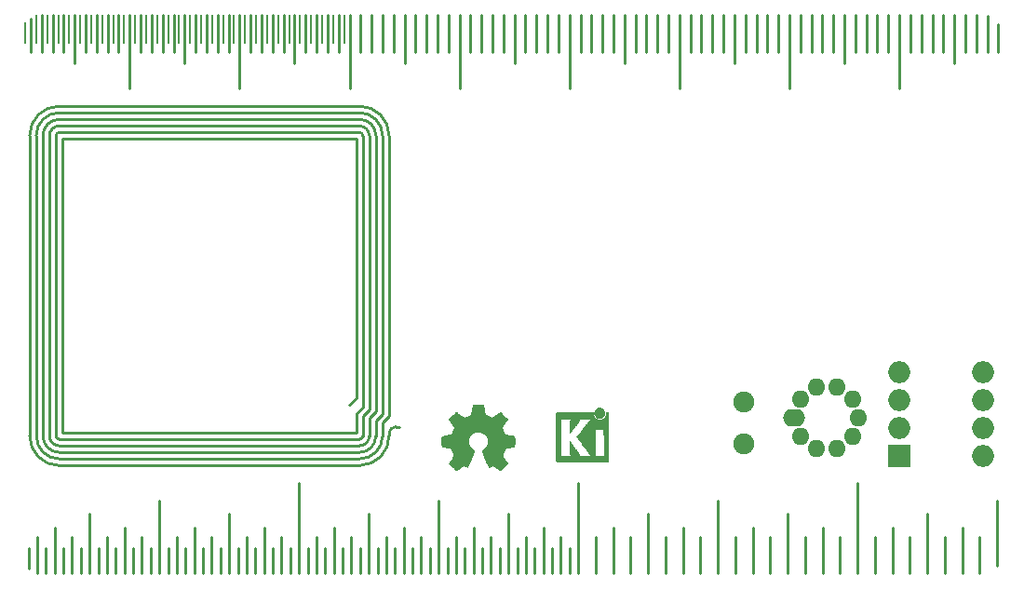
<source format=gts>
G04 #@! TF.GenerationSoftware,KiCad,Pcbnew,(5.1.4)-1*
G04 #@! TF.CreationDate,2019-10-24T19:13:58-04:00*
G04 #@! TF.ProjectId,business card,62757369-6e65-4737-9320-636172642e6b,rev?*
G04 #@! TF.SameCoordinates,Original*
G04 #@! TF.FileFunction,Soldermask,Top*
G04 #@! TF.FilePolarity,Negative*
%FSLAX46Y46*%
G04 Gerber Fmt 4.6, Leading zero omitted, Abs format (unit mm)*
G04 Created by KiCad (PCBNEW (5.1.4)-1) date 2019-10-24 19:13:58*
%MOMM*%
%LPD*%
G04 APERTURE LIST*
%ADD10C,0.250000*%
%ADD11C,0.150000*%
%ADD12C,0.010000*%
%ADD13C,1.900000*%
%ADD14O,1.600000X1.600000*%
%ADD15O,2.000000X1.600000*%
%ADD16R,2.000000X2.000000*%
%ADD17O,2.000000X2.000000*%
G04 APERTURE END LIST*
D10*
X81394020Y-85781140D02*
X80794580Y-86383120D01*
X81394020Y-87180680D02*
X81993460Y-86581240D01*
X81392000Y-88898700D02*
X81392000Y-87182700D01*
X54705000Y-88898700D02*
X81392000Y-88898700D01*
X54703140Y-62197520D02*
X54703140Y-88898700D01*
X81394020Y-85781140D02*
X81394020Y-62197520D01*
X81393000Y-62197520D02*
X54702860Y-62197520D01*
X84391500Y-61864500D02*
X84391500Y-87381340D01*
X83794600Y-87178140D02*
X83794600Y-61864500D01*
X83197700Y-61877200D02*
X83197700Y-86974940D01*
X81993460Y-86581240D02*
X81993460Y-61897800D01*
X82588100Y-86781900D02*
X82588100Y-61877200D01*
X84978240Y-88382100D02*
X85293200Y-88382100D01*
X84394040Y-88966300D02*
G75*
G02X84978240Y-88382100I584200J0D01*
G01*
X82588100Y-86781900D02*
X81991200Y-87378800D01*
X83197700Y-86974940D02*
X82600800Y-87571840D01*
X83794600Y-87178140D02*
X83195160Y-87777580D01*
X84391500Y-87381340D02*
X83794600Y-87980780D01*
X81711800Y-60391300D02*
G75*
G02X83197700Y-61877200I0J-1485900D01*
G01*
X81711800Y-61000900D02*
G75*
G02X82588100Y-61877200I0J-876300D01*
G01*
X81711800Y-61597800D02*
G75*
G02X81991200Y-61877200I0J-279400D01*
G01*
X81724500Y-59794400D02*
G75*
G02X83794600Y-61864500I0J-2070100D01*
G01*
X81724500Y-59197500D02*
G75*
G02X84391500Y-61864500I0J-2667000D01*
G01*
X54381400Y-59197500D02*
X81699100Y-59197500D01*
X54381400Y-59794400D02*
X81724500Y-59794400D01*
X54381400Y-60391300D02*
X81711800Y-60391300D01*
X54381400Y-61000900D02*
X81711800Y-61000900D01*
X54381400Y-61597800D02*
X81711800Y-61597800D01*
X51701700Y-89207600D02*
X51701700Y-61928000D01*
X52298600Y-61877200D02*
X52298600Y-89140000D01*
X52908200Y-89182200D02*
X52908200Y-61928000D01*
X53505100Y-61877200D02*
X53505100Y-89190000D01*
X54102000Y-89182200D02*
X54102000Y-61928000D01*
X54102000Y-61877200D02*
G75*
G02X54381400Y-61597800I279400J0D01*
G01*
X53505100Y-61877200D02*
G75*
G02X54381400Y-61000900I876300J0D01*
G01*
X52905660Y-61884820D02*
G75*
G02X54391560Y-60398920I1485900J0D01*
G01*
X52298600Y-61877200D02*
G75*
G02X54381400Y-59794400I2082800J0D01*
G01*
X51701700Y-61877200D02*
G75*
G02X54381400Y-59197500I2679700J0D01*
G01*
X54394100Y-91900000D02*
G75*
G02X51701700Y-89207600I0J2692400D01*
G01*
X54367401Y-91291530D02*
G75*
G02X52310000Y-89210000I26699J2083930D01*
G01*
X54368700Y-90693500D02*
G75*
G02X52908200Y-89182200I25400J1485900D01*
G01*
X54368700Y-90096600D02*
G75*
G02X53505100Y-89182200I25400J889000D01*
G01*
X54368700Y-89499700D02*
G75*
G02X54102000Y-89182200I25400J292100D01*
G01*
X83794520Y-89238080D02*
X83794520Y-87985600D01*
X81724500Y-91894041D02*
X54356000Y-91894041D01*
X81727001Y-91295480D02*
X54356000Y-91295480D01*
X81716826Y-90696094D02*
X54356000Y-90696094D01*
X81719420Y-90094060D02*
X54356000Y-90094060D01*
X81706720Y-89492080D02*
X54356000Y-89492080D01*
X81993318Y-89245228D02*
X81993318Y-87376000D01*
X82595560Y-89233000D02*
X82595560Y-87579200D01*
X83190080Y-89222840D02*
X83190080Y-87782400D01*
X81983318Y-89245228D02*
G75*
G02X81706720Y-89492080I-263898J17308D01*
G01*
X82585560Y-89233000D02*
G75*
G02X81719420Y-90094060I-863600J2540D01*
G01*
X83190080Y-89222840D02*
G75*
G02X81716826Y-90696094I-1473254J0D01*
G01*
X83789520Y-89238080D02*
G75*
G02X81732081Y-91295519I-2057439J0D01*
G01*
X84390704Y-89161880D02*
G75*
G02X81724500Y-91894041I-2666204J-65161D01*
G01*
X84391500Y-89000000D02*
X84391500Y-89169500D01*
D11*
X80299360Y-50888891D02*
X80299360Y-53431440D01*
X79299360Y-50888891D02*
X79299360Y-53431440D01*
X78299360Y-50888891D02*
X78299360Y-53431440D01*
X77299360Y-50888891D02*
X77299360Y-53431440D01*
X76299360Y-50888891D02*
X76299360Y-53431440D01*
X75299360Y-50888891D02*
X75299360Y-53431440D01*
X74299360Y-50888891D02*
X74299360Y-53431440D01*
X73299360Y-50888891D02*
X73299360Y-53431440D01*
X72299360Y-50888891D02*
X72299360Y-53431440D01*
X71299360Y-50888891D02*
X71299360Y-53431440D01*
X70299360Y-50888891D02*
X70299360Y-53431440D01*
X69299360Y-50888891D02*
X69299360Y-53431440D01*
X68299360Y-50888891D02*
X68299360Y-53431440D01*
X67299360Y-50888891D02*
X67299360Y-53431440D01*
X66299360Y-50888891D02*
X66299360Y-53431440D01*
X65299360Y-50888891D02*
X65299360Y-53431440D01*
X64299360Y-50888891D02*
X64299360Y-53431440D01*
X63299360Y-50888891D02*
X63299360Y-53431440D01*
X62299360Y-50888891D02*
X62299360Y-53431440D01*
X61299360Y-50888891D02*
X61299360Y-53431440D01*
X60299360Y-50888891D02*
X60299360Y-53431440D01*
X59299360Y-50888891D02*
X59299360Y-53431440D01*
X58299360Y-50888891D02*
X58299360Y-53431440D01*
X57299360Y-50888891D02*
X57299360Y-53431440D01*
X56299360Y-50888891D02*
X56299360Y-53431440D01*
X55299360Y-50888891D02*
X55299360Y-53431440D01*
X54299360Y-50888891D02*
X54299360Y-53431440D01*
X51299360Y-51597560D02*
X51299360Y-53431440D01*
X52299360Y-50888891D02*
X52299360Y-53431440D01*
X53299360Y-50888891D02*
X53299360Y-53431440D01*
D10*
X60800480Y-50888900D02*
X60800480Y-57622440D01*
X70800480Y-50888900D02*
X70800480Y-57622440D01*
X130800480Y-50888900D02*
X130800480Y-57622440D01*
X120800480Y-50888900D02*
X120800480Y-57622440D01*
X110800480Y-50888900D02*
X110800480Y-57622440D01*
X100800480Y-50888900D02*
X100800480Y-57622440D01*
X90800480Y-50888900D02*
X90800480Y-57622440D01*
X80800480Y-50888900D02*
X80800480Y-57622440D01*
X135800480Y-50888900D02*
X135800480Y-55336442D01*
X125800480Y-50888900D02*
X125800480Y-55336442D01*
X115800480Y-50888900D02*
X115800480Y-55336442D01*
X105800480Y-50888900D02*
X105800480Y-55336442D01*
X95800480Y-50888900D02*
X95800480Y-55336442D01*
X85800480Y-50888900D02*
X85800480Y-55336442D01*
X75800480Y-50888900D02*
X75800480Y-55336442D01*
X55800480Y-50888900D02*
X55800480Y-55336442D01*
X59800480Y-50888900D02*
X59800480Y-54320440D01*
X58800480Y-50888900D02*
X58800480Y-54320440D01*
X57800480Y-50888900D02*
X57800480Y-54320440D01*
X56800480Y-50888900D02*
X56800480Y-54320440D01*
X54800480Y-50888900D02*
X54800480Y-54320440D01*
X53800480Y-50888900D02*
X53800480Y-54320440D01*
X52800480Y-50888900D02*
X52800480Y-54320440D01*
X51800480Y-51198779D02*
X51800480Y-54320440D01*
X131800480Y-50888900D02*
X131800480Y-54320440D01*
X121800480Y-50888900D02*
X121800480Y-54320440D01*
X111800480Y-50888900D02*
X111800480Y-54320440D01*
X101800480Y-50888900D02*
X101800480Y-54320440D01*
X91800480Y-50888900D02*
X91800480Y-54320440D01*
X81800480Y-50888900D02*
X81800480Y-54320440D01*
X71800480Y-50888900D02*
X71800480Y-54320440D01*
X132800480Y-50888900D02*
X132800480Y-54320440D01*
X122800480Y-50888900D02*
X122800480Y-54320440D01*
X112800480Y-50888900D02*
X112800480Y-54320440D01*
X102800480Y-50888900D02*
X102800480Y-54320440D01*
X92800480Y-50888900D02*
X92800480Y-54320440D01*
X82800480Y-50888900D02*
X82800480Y-54320440D01*
X72800480Y-50888900D02*
X72800480Y-54320440D01*
X133800480Y-50888900D02*
X133800480Y-54320440D01*
X123800480Y-50888900D02*
X123800480Y-54320440D01*
X113800480Y-50888900D02*
X113800480Y-54320440D01*
X103800480Y-50888900D02*
X103800480Y-54320440D01*
X93800480Y-50888900D02*
X93800480Y-54320440D01*
X83800480Y-50888900D02*
X83800480Y-54320440D01*
X73800480Y-50888900D02*
X73800480Y-54320440D01*
X61800480Y-50888900D02*
X61800480Y-54320440D01*
X62800480Y-50888900D02*
X62800480Y-54320440D01*
X63800480Y-50888900D02*
X63800480Y-54320440D01*
X134800480Y-50888900D02*
X134800480Y-54320440D01*
X124800480Y-50888900D02*
X124800480Y-54320440D01*
X114800480Y-50888900D02*
X114800480Y-54320440D01*
X104800480Y-50888900D02*
X104800480Y-54320440D01*
X94800480Y-50888900D02*
X94800480Y-54320440D01*
X84800480Y-50888900D02*
X84800480Y-54320440D01*
X74800480Y-50888900D02*
X74800480Y-54320440D01*
X136800480Y-50888900D02*
X136800480Y-54320440D01*
X126800480Y-50888900D02*
X126800480Y-54320440D01*
X116800480Y-50888900D02*
X116800480Y-54320440D01*
X106800480Y-50888900D02*
X106800480Y-54320440D01*
X96800480Y-50888900D02*
X96800480Y-54320440D01*
X86800480Y-50888900D02*
X86800480Y-54320440D01*
X76800480Y-50888900D02*
X76800480Y-54320440D01*
X137800480Y-50888900D02*
X137800480Y-54320440D01*
X127800480Y-50888900D02*
X127800480Y-54320440D01*
X117800480Y-50888900D02*
X117800480Y-54320440D01*
X107800480Y-50888900D02*
X107800480Y-54320440D01*
X97800480Y-50888900D02*
X97800480Y-54320440D01*
X87800480Y-50888900D02*
X87800480Y-54320440D01*
X77800480Y-50888900D02*
X77800480Y-54320440D01*
X138800480Y-50987944D02*
X138800480Y-54320440D01*
X128800480Y-50888900D02*
X128800480Y-54320440D01*
X118800480Y-50888900D02*
X118800480Y-54320440D01*
X108800480Y-50888900D02*
X108800480Y-54320440D01*
X98800480Y-50888900D02*
X98800480Y-54320440D01*
X88800480Y-50888900D02*
X88800480Y-54320440D01*
X78800480Y-50888900D02*
X78800480Y-54320440D01*
X139800480Y-51777898D02*
X139800480Y-54320440D01*
X129800480Y-50888900D02*
X129800480Y-54320440D01*
X119800480Y-50888900D02*
X119800480Y-54320440D01*
X109800480Y-50888900D02*
X109800480Y-54320440D01*
X99800480Y-50888900D02*
X99800480Y-54320440D01*
X89800480Y-50888900D02*
X89800480Y-54320440D01*
X79800480Y-50888900D02*
X79800480Y-54320440D01*
X69800480Y-50888900D02*
X69800480Y-54320440D01*
X68800480Y-50888900D02*
X68800480Y-54320440D01*
X67800480Y-50888900D02*
X67800480Y-54320440D01*
X66800480Y-50888900D02*
X66800480Y-54320440D01*
X65800480Y-50888900D02*
X65800480Y-55336442D01*
X64800480Y-50888900D02*
X64800480Y-54320440D01*
X127000000Y-101731100D02*
X127000000Y-93468480D01*
X101600000Y-101731100D02*
X101600000Y-93468480D01*
X76200000Y-101731100D02*
X76200000Y-93468480D01*
X139700000Y-101010000D02*
X139700000Y-95055980D01*
X114300000Y-101731100D02*
X114300000Y-95055980D01*
X88900000Y-101731100D02*
X88900000Y-95055980D01*
X63500000Y-101731100D02*
X63500000Y-95055980D01*
X133350000Y-101731100D02*
X133350000Y-96262480D01*
X120650000Y-101731100D02*
X120650000Y-96262480D01*
X107950000Y-101731100D02*
X107950000Y-96262480D01*
X95250000Y-101731100D02*
X95250000Y-96262480D01*
X82550000Y-101731100D02*
X82550000Y-96262480D01*
X69850000Y-101731100D02*
X69850000Y-96262480D01*
X57150000Y-101731100D02*
X57150000Y-96262480D01*
X136525000Y-101731100D02*
X136525000Y-97532330D01*
X130175000Y-101731100D02*
X130175000Y-97532330D01*
X123825000Y-101731100D02*
X123825000Y-97532330D01*
X117475000Y-101731100D02*
X117475000Y-97532330D01*
X111125000Y-101731100D02*
X111125000Y-97532330D01*
X104775000Y-101731100D02*
X104775000Y-97532330D01*
X98425000Y-101731100D02*
X98425000Y-97532330D01*
X92075000Y-101731100D02*
X92075000Y-97532330D01*
X85725000Y-101731100D02*
X85725000Y-97532330D01*
X79375000Y-101731100D02*
X79375000Y-97532330D01*
X73025000Y-101731100D02*
X73025000Y-97532330D01*
X66675000Y-101731100D02*
X66675000Y-97532330D01*
X60325000Y-101731100D02*
X60325000Y-97532330D01*
X53975000Y-101731100D02*
X53975000Y-97532330D01*
X51592480Y-99437480D02*
X51592480Y-101310000D01*
X100804980Y-99437480D02*
X100804980Y-101728560D01*
X99217480Y-99437480D02*
X99217480Y-101728560D01*
X97629980Y-99437480D02*
X97629980Y-101728560D01*
X96042480Y-99437480D02*
X96042480Y-101728560D01*
X94454980Y-99437480D02*
X94454980Y-101728560D01*
X92867480Y-99437480D02*
X92867480Y-101728560D01*
X91279980Y-99437480D02*
X91279980Y-101728560D01*
X89692480Y-99437480D02*
X89692480Y-101728560D01*
X88104980Y-99437480D02*
X88104980Y-101728560D01*
X86517480Y-99437480D02*
X86517480Y-101728560D01*
X84929980Y-99437480D02*
X84929980Y-101728560D01*
X83342480Y-99437480D02*
X83342480Y-101728560D01*
X81754980Y-99437480D02*
X81754980Y-101728560D01*
X80167480Y-99437480D02*
X80167480Y-101728560D01*
X78579980Y-99437480D02*
X78579980Y-101728560D01*
X76992480Y-99437480D02*
X76992480Y-101728560D01*
X75404980Y-99437480D02*
X75404980Y-101728560D01*
X73817480Y-99437480D02*
X73817480Y-101728560D01*
X72229980Y-99437480D02*
X72229980Y-101728560D01*
X70642480Y-99437480D02*
X70642480Y-101728560D01*
X69054980Y-99437480D02*
X69054980Y-101728560D01*
X67467480Y-99437480D02*
X67467480Y-101728560D01*
X65879980Y-99437480D02*
X65879980Y-101728560D01*
X64292480Y-99437480D02*
X64292480Y-101728560D01*
X62704980Y-99437480D02*
X62704980Y-101728560D01*
X61117480Y-99437480D02*
X61117480Y-101728560D01*
X59529980Y-99437480D02*
X59529980Y-101728560D01*
X57942480Y-99437480D02*
X57942480Y-101728560D01*
X56354980Y-99437480D02*
X56354980Y-101728560D01*
X54767480Y-99437480D02*
X54767480Y-101728560D01*
X53179980Y-99437480D02*
X53179980Y-101728560D01*
X52387500Y-101700000D02*
X52387500Y-98352900D01*
X55562500Y-101731100D02*
X55562500Y-98352900D01*
X138112500Y-101731100D02*
X138112500Y-98352900D01*
X134937500Y-101731100D02*
X134937500Y-98352900D01*
X131762500Y-101731100D02*
X131762500Y-98352900D01*
X128587500Y-101731100D02*
X128587500Y-98352900D01*
X125412500Y-101731100D02*
X125412500Y-98352900D01*
X122237500Y-101731100D02*
X122237500Y-98352900D01*
X119062500Y-101731100D02*
X119062500Y-98352900D01*
X115887500Y-101731100D02*
X115887500Y-98352900D01*
X112712500Y-101731100D02*
X112712500Y-98352900D01*
X109537500Y-101731100D02*
X109537500Y-98352900D01*
X106362500Y-101731100D02*
X106362500Y-98352900D01*
X103187500Y-101731100D02*
X103187500Y-98352900D01*
X100012500Y-101731100D02*
X100012500Y-98352900D01*
X96837500Y-101731100D02*
X96837500Y-98352900D01*
X93662500Y-101731100D02*
X93662500Y-98352900D01*
X90487500Y-101731100D02*
X90487500Y-98352900D01*
X87312500Y-101731100D02*
X87312500Y-98352900D01*
X84137500Y-101731100D02*
X84137500Y-98352900D01*
X80962500Y-101731100D02*
X80962500Y-98352900D01*
X77787500Y-101731100D02*
X77787500Y-98352900D01*
X74612500Y-101731100D02*
X74612500Y-98352900D01*
X71437500Y-101731100D02*
X71437500Y-98352900D01*
X68262500Y-101731100D02*
X68262500Y-98352900D01*
X65087500Y-101731100D02*
X65087500Y-98352900D01*
X61912500Y-101731100D02*
X61912500Y-98352900D01*
X134937500Y-101731100D02*
X134937500Y-98352900D01*
X128587500Y-101731100D02*
X128587500Y-98352900D01*
X122237500Y-101731100D02*
X122237500Y-98352900D01*
X115887500Y-101731100D02*
X115887500Y-98352900D01*
X109537500Y-101731100D02*
X109537500Y-98352900D01*
X103187500Y-101731100D02*
X103187500Y-98352900D01*
X96837500Y-101731100D02*
X96837500Y-98352900D01*
X90487500Y-101731100D02*
X90487500Y-98352900D01*
X84137500Y-101731100D02*
X84137500Y-98352900D01*
X77787500Y-101731100D02*
X77787500Y-98352900D01*
X71437500Y-101731100D02*
X71437500Y-98352900D01*
X65087500Y-101731100D02*
X65087500Y-98352900D01*
X58737500Y-101731100D02*
X58737500Y-98352900D01*
D12*
G36*
X102907100Y-87119054D02*
G01*
X102917965Y-87232993D01*
X102949582Y-87340616D01*
X103000485Y-87439615D01*
X103069207Y-87527684D01*
X103154281Y-87602516D01*
X103251268Y-87660384D01*
X103357536Y-87700005D01*
X103464550Y-87718573D01*
X103570200Y-87717434D01*
X103672375Y-87697930D01*
X103768966Y-87661406D01*
X103857862Y-87609205D01*
X103936954Y-87542673D01*
X104004131Y-87463152D01*
X104057283Y-87371987D01*
X104094301Y-87270523D01*
X104113073Y-87160102D01*
X104115011Y-87110206D01*
X104115011Y-87022267D01*
X104166940Y-87022267D01*
X104203247Y-87025111D01*
X104230145Y-87036911D01*
X104257251Y-87060649D01*
X104295633Y-87099031D01*
X104295633Y-89290602D01*
X104295624Y-89552739D01*
X104295592Y-89793241D01*
X104295528Y-90013048D01*
X104295424Y-90213101D01*
X104295273Y-90394344D01*
X104295066Y-90557716D01*
X104294794Y-90704160D01*
X104294450Y-90834617D01*
X104294026Y-90950029D01*
X104293513Y-91051338D01*
X104292903Y-91139484D01*
X104292188Y-91215410D01*
X104291360Y-91280057D01*
X104290411Y-91334367D01*
X104289333Y-91379280D01*
X104288117Y-91415740D01*
X104286755Y-91444687D01*
X104285239Y-91467063D01*
X104283562Y-91483809D01*
X104281714Y-91495868D01*
X104279687Y-91504180D01*
X104277475Y-91509687D01*
X104276392Y-91511537D01*
X104272229Y-91518549D01*
X104268695Y-91524996D01*
X104264865Y-91530900D01*
X104259818Y-91536286D01*
X104252629Y-91541178D01*
X104242377Y-91545598D01*
X104228136Y-91549572D01*
X104208986Y-91553121D01*
X104184001Y-91556270D01*
X104152260Y-91559042D01*
X104112838Y-91561461D01*
X104064814Y-91563551D01*
X104007263Y-91565335D01*
X103939263Y-91566837D01*
X103859890Y-91568080D01*
X103768221Y-91569089D01*
X103663334Y-91569885D01*
X103544304Y-91570494D01*
X103410210Y-91570939D01*
X103260127Y-91571243D01*
X103093133Y-91571430D01*
X102908304Y-91571524D01*
X102704717Y-91571548D01*
X102481450Y-91571525D01*
X102237578Y-91571480D01*
X101972179Y-91571437D01*
X101933796Y-91571432D01*
X101666818Y-91571389D01*
X101421498Y-91571318D01*
X101196917Y-91571213D01*
X100992155Y-91571066D01*
X100806294Y-91570869D01*
X100638412Y-91570616D01*
X100487592Y-91570300D01*
X100352913Y-91569913D01*
X100233456Y-91569447D01*
X100128301Y-91568897D01*
X100036529Y-91568253D01*
X99957221Y-91567511D01*
X99889457Y-91566661D01*
X99832318Y-91565697D01*
X99784883Y-91564611D01*
X99746234Y-91563397D01*
X99715451Y-91562047D01*
X99691615Y-91560555D01*
X99673806Y-91558911D01*
X99661105Y-91557111D01*
X99652592Y-91555145D01*
X99648234Y-91553477D01*
X99639772Y-91549906D01*
X99632003Y-91547270D01*
X99624898Y-91544634D01*
X99618427Y-91541062D01*
X99612561Y-91535621D01*
X99607271Y-91527375D01*
X99602526Y-91515390D01*
X99598298Y-91498731D01*
X99594557Y-91476463D01*
X99591273Y-91447652D01*
X99588417Y-91411363D01*
X99585960Y-91366661D01*
X99583871Y-91312611D01*
X99582122Y-91248279D01*
X99580683Y-91172730D01*
X99579524Y-91085030D01*
X99578617Y-90984243D01*
X99577931Y-90869434D01*
X99577437Y-90739670D01*
X99577105Y-90594015D01*
X99576907Y-90431535D01*
X99576813Y-90251295D01*
X99576792Y-90052360D01*
X99576815Y-89833796D01*
X99576854Y-89594668D01*
X99576878Y-89334040D01*
X99576878Y-89291889D01*
X99576864Y-89028992D01*
X99576839Y-88787732D01*
X99576829Y-88567165D01*
X99576858Y-88366352D01*
X99576952Y-88184349D01*
X99577138Y-88020216D01*
X99577441Y-87873011D01*
X99577886Y-87741792D01*
X99578466Y-87631867D01*
X99881303Y-87631867D01*
X99921093Y-87689711D01*
X99932264Y-87705479D01*
X99942334Y-87719441D01*
X99951362Y-87732784D01*
X99959403Y-87746693D01*
X99966514Y-87762356D01*
X99972753Y-87780958D01*
X99978175Y-87803686D01*
X99982838Y-87831727D01*
X99986799Y-87866267D01*
X99990115Y-87908492D01*
X99992841Y-87959589D01*
X99995036Y-88020744D01*
X99996755Y-88093144D01*
X99998056Y-88177975D01*
X99998995Y-88276422D01*
X99999630Y-88389674D01*
X100000016Y-88518916D01*
X100000212Y-88665334D01*
X100000273Y-88830116D01*
X100000257Y-89014447D01*
X100000220Y-89219513D01*
X100000211Y-89342133D01*
X100000235Y-89559082D01*
X100000269Y-89754642D01*
X100000257Y-89929999D01*
X100000142Y-90086341D01*
X99999870Y-90224857D01*
X99999382Y-90346734D01*
X99998624Y-90453160D01*
X99997538Y-90545322D01*
X99996069Y-90624409D01*
X99994160Y-90691608D01*
X99991756Y-90748107D01*
X99988799Y-90795093D01*
X99985234Y-90833755D01*
X99981005Y-90865280D01*
X99976054Y-90890855D01*
X99970327Y-90911670D01*
X99963767Y-90928911D01*
X99956317Y-90943765D01*
X99947921Y-90957422D01*
X99938524Y-90971069D01*
X99928068Y-90985893D01*
X99921977Y-90994783D01*
X99883204Y-91052400D01*
X100414768Y-91052400D01*
X100538017Y-91052365D01*
X100640513Y-91052215D01*
X100724080Y-91051878D01*
X100790544Y-91051286D01*
X100841729Y-91050367D01*
X100879459Y-91049051D01*
X100905560Y-91047269D01*
X100921856Y-91044951D01*
X100930172Y-91042026D01*
X100932332Y-91038424D01*
X100930161Y-91034075D01*
X100928965Y-91032645D01*
X100903815Y-90995573D01*
X100877917Y-90942772D01*
X100854308Y-90880770D01*
X100846039Y-90854357D01*
X100841422Y-90836416D01*
X100837521Y-90815355D01*
X100834252Y-90789089D01*
X100831534Y-90755532D01*
X100829285Y-90712599D01*
X100827423Y-90658204D01*
X100825864Y-90590262D01*
X100824528Y-90506688D01*
X100823331Y-90405395D01*
X100822192Y-90284300D01*
X100821815Y-90239600D01*
X100820798Y-90114449D01*
X100820040Y-90010082D01*
X100819597Y-89924707D01*
X100819530Y-89856533D01*
X100819895Y-89803765D01*
X100820752Y-89764614D01*
X100822159Y-89737285D01*
X100824175Y-89719986D01*
X100826857Y-89710926D01*
X100830264Y-89708312D01*
X100834456Y-89710351D01*
X100838929Y-89714667D01*
X100849284Y-89727602D01*
X100871342Y-89756676D01*
X100903543Y-89799759D01*
X100944326Y-89854718D01*
X100992130Y-89919423D01*
X101045395Y-89991742D01*
X101102560Y-90069544D01*
X101162063Y-90150698D01*
X101222345Y-90233072D01*
X101281845Y-90314536D01*
X101339002Y-90392957D01*
X101392255Y-90466204D01*
X101440043Y-90532147D01*
X101480807Y-90588654D01*
X101512984Y-90633593D01*
X101535015Y-90664834D01*
X101539583Y-90671466D01*
X101562504Y-90708369D01*
X101589312Y-90756359D01*
X101614711Y-90805897D01*
X101617932Y-90812577D01*
X101639610Y-90860772D01*
X101652196Y-90898334D01*
X101657926Y-90934160D01*
X101659044Y-90976200D01*
X101658410Y-91052400D01*
X102812849Y-91052400D01*
X102721685Y-90958669D01*
X102674888Y-90908775D01*
X102624601Y-90852295D01*
X102578556Y-90798026D01*
X102558131Y-90772673D01*
X102527693Y-90733128D01*
X102487638Y-90679916D01*
X102439139Y-90614667D01*
X102383365Y-90539011D01*
X102321489Y-90454577D01*
X102254681Y-90362994D01*
X102184113Y-90265892D01*
X102110955Y-90164901D01*
X102036379Y-90061650D01*
X101961556Y-89957768D01*
X101887657Y-89854885D01*
X101815854Y-89754631D01*
X101747316Y-89658636D01*
X101683216Y-89568527D01*
X101624725Y-89485936D01*
X101573014Y-89412492D01*
X101529253Y-89349824D01*
X101494615Y-89299561D01*
X101470270Y-89263334D01*
X101457389Y-89242771D01*
X101455631Y-89238668D01*
X101463590Y-89227342D01*
X101484385Y-89200162D01*
X101516653Y-89158829D01*
X101559030Y-89105044D01*
X101610153Y-89040506D01*
X101668659Y-88966918D01*
X101733186Y-88885978D01*
X101802369Y-88799388D01*
X101874847Y-88708848D01*
X101949254Y-88616060D01*
X102008983Y-88541702D01*
X103019989Y-88541702D01*
X103025898Y-88554659D01*
X103040228Y-88576908D01*
X103041275Y-88578391D01*
X103060062Y-88608544D01*
X103079709Y-88645375D01*
X103083608Y-88653511D01*
X103087144Y-88661940D01*
X103090270Y-88672059D01*
X103093014Y-88685260D01*
X103095408Y-88702938D01*
X103097481Y-88726484D01*
X103099265Y-88757293D01*
X103100788Y-88796757D01*
X103102081Y-88846269D01*
X103103174Y-88907223D01*
X103104097Y-88981011D01*
X103104881Y-89069028D01*
X103105555Y-89172665D01*
X103106150Y-89293316D01*
X103106695Y-89432374D01*
X103107221Y-89591232D01*
X103107755Y-89770089D01*
X103108294Y-89955207D01*
X103108728Y-90119145D01*
X103108991Y-90263303D01*
X103109016Y-90389079D01*
X103108735Y-90497871D01*
X103108081Y-90591077D01*
X103106986Y-90670097D01*
X103105382Y-90736328D01*
X103103203Y-90791170D01*
X103100381Y-90836021D01*
X103096849Y-90872278D01*
X103092539Y-90901341D01*
X103087383Y-90924609D01*
X103081315Y-90943479D01*
X103074267Y-90959351D01*
X103066171Y-90973622D01*
X103056960Y-90987691D01*
X103048460Y-91000158D01*
X103031324Y-91026452D01*
X103021178Y-91044037D01*
X103019989Y-91047257D01*
X103030896Y-91048334D01*
X103062089Y-91049335D01*
X103111277Y-91050235D01*
X103176167Y-91051010D01*
X103254470Y-91051637D01*
X103343893Y-91052091D01*
X103442144Y-91052349D01*
X103511055Y-91052400D01*
X103616048Y-91052180D01*
X103712890Y-91051548D01*
X103799393Y-91050549D01*
X103873368Y-91049227D01*
X103932626Y-91047626D01*
X103974980Y-91045791D01*
X103998240Y-91043765D01*
X104002122Y-91042493D01*
X103994424Y-91027591D01*
X103986426Y-91019560D01*
X103973254Y-91002434D01*
X103956015Y-90972183D01*
X103944093Y-90947622D01*
X103917455Y-90888711D01*
X103914380Y-89711845D01*
X103911305Y-88534978D01*
X103465647Y-88534978D01*
X103367830Y-88535142D01*
X103277436Y-88535611D01*
X103196870Y-88536347D01*
X103128538Y-88537316D01*
X103074844Y-88538480D01*
X103038195Y-88539803D01*
X103020996Y-88541249D01*
X103019989Y-88541702D01*
X102008983Y-88541702D01*
X102024230Y-88522722D01*
X102098410Y-88430537D01*
X102170431Y-88341204D01*
X102238931Y-88256424D01*
X102302545Y-88177898D01*
X102359912Y-88107326D01*
X102409667Y-88046409D01*
X102450448Y-87996847D01*
X102467612Y-87976178D01*
X102553904Y-87875516D01*
X102630503Y-87792259D01*
X102699317Y-87724438D01*
X102762252Y-87670089D01*
X102771633Y-87662722D01*
X102811144Y-87632117D01*
X101679384Y-87631867D01*
X101684673Y-87679844D01*
X101681370Y-87737188D01*
X101659839Y-87805463D01*
X101619865Y-87885212D01*
X101574557Y-87957495D01*
X101558339Y-87980140D01*
X101530286Y-88017696D01*
X101492070Y-88068021D01*
X101445363Y-88128973D01*
X101391839Y-88198411D01*
X101333169Y-88274194D01*
X101271025Y-88354180D01*
X101207079Y-88436228D01*
X101143005Y-88518196D01*
X101080473Y-88597943D01*
X101021157Y-88673327D01*
X100966729Y-88742207D01*
X100918861Y-88802442D01*
X100879225Y-88851889D01*
X100849494Y-88888408D01*
X100831339Y-88909858D01*
X100828280Y-88913156D01*
X100825421Y-88905149D01*
X100823207Y-88874855D01*
X100821643Y-88822556D01*
X100820733Y-88748531D01*
X100820480Y-88653063D01*
X100820887Y-88536434D01*
X100821796Y-88416445D01*
X100823118Y-88284333D01*
X100824643Y-88172594D01*
X100826619Y-88079025D01*
X100829294Y-88001419D01*
X100832918Y-87937574D01*
X100837739Y-87885283D01*
X100844006Y-87842344D01*
X100851968Y-87806551D01*
X100861873Y-87775700D01*
X100873969Y-87747586D01*
X100888507Y-87720005D01*
X100903189Y-87694966D01*
X100941186Y-87631867D01*
X99881303Y-87631867D01*
X99578466Y-87631867D01*
X99578499Y-87625617D01*
X99579305Y-87523544D01*
X99580330Y-87434633D01*
X99581600Y-87357941D01*
X99583140Y-87292527D01*
X99584976Y-87237449D01*
X99587133Y-87191765D01*
X99589637Y-87154534D01*
X99592513Y-87124813D01*
X99595787Y-87101662D01*
X99599485Y-87084139D01*
X99603631Y-87071301D01*
X99608253Y-87062208D01*
X99613374Y-87055918D01*
X99619022Y-87051488D01*
X99625221Y-87047978D01*
X99631996Y-87044445D01*
X99637992Y-87040876D01*
X99643225Y-87038300D01*
X99651401Y-87035972D01*
X99663614Y-87033878D01*
X99680959Y-87032007D01*
X99704531Y-87030347D01*
X99735423Y-87028884D01*
X99774732Y-87027608D01*
X99823550Y-87026504D01*
X99882973Y-87025561D01*
X99954096Y-87024767D01*
X100038012Y-87024109D01*
X100135817Y-87023575D01*
X100248606Y-87023153D01*
X100377471Y-87022829D01*
X100523509Y-87022592D01*
X100687814Y-87022430D01*
X100871480Y-87022330D01*
X101075603Y-87022280D01*
X101286747Y-87022267D01*
X102907100Y-87022267D01*
X102907100Y-87119054D01*
X102907100Y-87119054D01*
G37*
X102907100Y-87119054D02*
X102917965Y-87232993D01*
X102949582Y-87340616D01*
X103000485Y-87439615D01*
X103069207Y-87527684D01*
X103154281Y-87602516D01*
X103251268Y-87660384D01*
X103357536Y-87700005D01*
X103464550Y-87718573D01*
X103570200Y-87717434D01*
X103672375Y-87697930D01*
X103768966Y-87661406D01*
X103857862Y-87609205D01*
X103936954Y-87542673D01*
X104004131Y-87463152D01*
X104057283Y-87371987D01*
X104094301Y-87270523D01*
X104113073Y-87160102D01*
X104115011Y-87110206D01*
X104115011Y-87022267D01*
X104166940Y-87022267D01*
X104203247Y-87025111D01*
X104230145Y-87036911D01*
X104257251Y-87060649D01*
X104295633Y-87099031D01*
X104295633Y-89290602D01*
X104295624Y-89552739D01*
X104295592Y-89793241D01*
X104295528Y-90013048D01*
X104295424Y-90213101D01*
X104295273Y-90394344D01*
X104295066Y-90557716D01*
X104294794Y-90704160D01*
X104294450Y-90834617D01*
X104294026Y-90950029D01*
X104293513Y-91051338D01*
X104292903Y-91139484D01*
X104292188Y-91215410D01*
X104291360Y-91280057D01*
X104290411Y-91334367D01*
X104289333Y-91379280D01*
X104288117Y-91415740D01*
X104286755Y-91444687D01*
X104285239Y-91467063D01*
X104283562Y-91483809D01*
X104281714Y-91495868D01*
X104279687Y-91504180D01*
X104277475Y-91509687D01*
X104276392Y-91511537D01*
X104272229Y-91518549D01*
X104268695Y-91524996D01*
X104264865Y-91530900D01*
X104259818Y-91536286D01*
X104252629Y-91541178D01*
X104242377Y-91545598D01*
X104228136Y-91549572D01*
X104208986Y-91553121D01*
X104184001Y-91556270D01*
X104152260Y-91559042D01*
X104112838Y-91561461D01*
X104064814Y-91563551D01*
X104007263Y-91565335D01*
X103939263Y-91566837D01*
X103859890Y-91568080D01*
X103768221Y-91569089D01*
X103663334Y-91569885D01*
X103544304Y-91570494D01*
X103410210Y-91570939D01*
X103260127Y-91571243D01*
X103093133Y-91571430D01*
X102908304Y-91571524D01*
X102704717Y-91571548D01*
X102481450Y-91571525D01*
X102237578Y-91571480D01*
X101972179Y-91571437D01*
X101933796Y-91571432D01*
X101666818Y-91571389D01*
X101421498Y-91571318D01*
X101196917Y-91571213D01*
X100992155Y-91571066D01*
X100806294Y-91570869D01*
X100638412Y-91570616D01*
X100487592Y-91570300D01*
X100352913Y-91569913D01*
X100233456Y-91569447D01*
X100128301Y-91568897D01*
X100036529Y-91568253D01*
X99957221Y-91567511D01*
X99889457Y-91566661D01*
X99832318Y-91565697D01*
X99784883Y-91564611D01*
X99746234Y-91563397D01*
X99715451Y-91562047D01*
X99691615Y-91560555D01*
X99673806Y-91558911D01*
X99661105Y-91557111D01*
X99652592Y-91555145D01*
X99648234Y-91553477D01*
X99639772Y-91549906D01*
X99632003Y-91547270D01*
X99624898Y-91544634D01*
X99618427Y-91541062D01*
X99612561Y-91535621D01*
X99607271Y-91527375D01*
X99602526Y-91515390D01*
X99598298Y-91498731D01*
X99594557Y-91476463D01*
X99591273Y-91447652D01*
X99588417Y-91411363D01*
X99585960Y-91366661D01*
X99583871Y-91312611D01*
X99582122Y-91248279D01*
X99580683Y-91172730D01*
X99579524Y-91085030D01*
X99578617Y-90984243D01*
X99577931Y-90869434D01*
X99577437Y-90739670D01*
X99577105Y-90594015D01*
X99576907Y-90431535D01*
X99576813Y-90251295D01*
X99576792Y-90052360D01*
X99576815Y-89833796D01*
X99576854Y-89594668D01*
X99576878Y-89334040D01*
X99576878Y-89291889D01*
X99576864Y-89028992D01*
X99576839Y-88787732D01*
X99576829Y-88567165D01*
X99576858Y-88366352D01*
X99576952Y-88184349D01*
X99577138Y-88020216D01*
X99577441Y-87873011D01*
X99577886Y-87741792D01*
X99578466Y-87631867D01*
X99881303Y-87631867D01*
X99921093Y-87689711D01*
X99932264Y-87705479D01*
X99942334Y-87719441D01*
X99951362Y-87732784D01*
X99959403Y-87746693D01*
X99966514Y-87762356D01*
X99972753Y-87780958D01*
X99978175Y-87803686D01*
X99982838Y-87831727D01*
X99986799Y-87866267D01*
X99990115Y-87908492D01*
X99992841Y-87959589D01*
X99995036Y-88020744D01*
X99996755Y-88093144D01*
X99998056Y-88177975D01*
X99998995Y-88276422D01*
X99999630Y-88389674D01*
X100000016Y-88518916D01*
X100000212Y-88665334D01*
X100000273Y-88830116D01*
X100000257Y-89014447D01*
X100000220Y-89219513D01*
X100000211Y-89342133D01*
X100000235Y-89559082D01*
X100000269Y-89754642D01*
X100000257Y-89929999D01*
X100000142Y-90086341D01*
X99999870Y-90224857D01*
X99999382Y-90346734D01*
X99998624Y-90453160D01*
X99997538Y-90545322D01*
X99996069Y-90624409D01*
X99994160Y-90691608D01*
X99991756Y-90748107D01*
X99988799Y-90795093D01*
X99985234Y-90833755D01*
X99981005Y-90865280D01*
X99976054Y-90890855D01*
X99970327Y-90911670D01*
X99963767Y-90928911D01*
X99956317Y-90943765D01*
X99947921Y-90957422D01*
X99938524Y-90971069D01*
X99928068Y-90985893D01*
X99921977Y-90994783D01*
X99883204Y-91052400D01*
X100414768Y-91052400D01*
X100538017Y-91052365D01*
X100640513Y-91052215D01*
X100724080Y-91051878D01*
X100790544Y-91051286D01*
X100841729Y-91050367D01*
X100879459Y-91049051D01*
X100905560Y-91047269D01*
X100921856Y-91044951D01*
X100930172Y-91042026D01*
X100932332Y-91038424D01*
X100930161Y-91034075D01*
X100928965Y-91032645D01*
X100903815Y-90995573D01*
X100877917Y-90942772D01*
X100854308Y-90880770D01*
X100846039Y-90854357D01*
X100841422Y-90836416D01*
X100837521Y-90815355D01*
X100834252Y-90789089D01*
X100831534Y-90755532D01*
X100829285Y-90712599D01*
X100827423Y-90658204D01*
X100825864Y-90590262D01*
X100824528Y-90506688D01*
X100823331Y-90405395D01*
X100822192Y-90284300D01*
X100821815Y-90239600D01*
X100820798Y-90114449D01*
X100820040Y-90010082D01*
X100819597Y-89924707D01*
X100819530Y-89856533D01*
X100819895Y-89803765D01*
X100820752Y-89764614D01*
X100822159Y-89737285D01*
X100824175Y-89719986D01*
X100826857Y-89710926D01*
X100830264Y-89708312D01*
X100834456Y-89710351D01*
X100838929Y-89714667D01*
X100849284Y-89727602D01*
X100871342Y-89756676D01*
X100903543Y-89799759D01*
X100944326Y-89854718D01*
X100992130Y-89919423D01*
X101045395Y-89991742D01*
X101102560Y-90069544D01*
X101162063Y-90150698D01*
X101222345Y-90233072D01*
X101281845Y-90314536D01*
X101339002Y-90392957D01*
X101392255Y-90466204D01*
X101440043Y-90532147D01*
X101480807Y-90588654D01*
X101512984Y-90633593D01*
X101535015Y-90664834D01*
X101539583Y-90671466D01*
X101562504Y-90708369D01*
X101589312Y-90756359D01*
X101614711Y-90805897D01*
X101617932Y-90812577D01*
X101639610Y-90860772D01*
X101652196Y-90898334D01*
X101657926Y-90934160D01*
X101659044Y-90976200D01*
X101658410Y-91052400D01*
X102812849Y-91052400D01*
X102721685Y-90958669D01*
X102674888Y-90908775D01*
X102624601Y-90852295D01*
X102578556Y-90798026D01*
X102558131Y-90772673D01*
X102527693Y-90733128D01*
X102487638Y-90679916D01*
X102439139Y-90614667D01*
X102383365Y-90539011D01*
X102321489Y-90454577D01*
X102254681Y-90362994D01*
X102184113Y-90265892D01*
X102110955Y-90164901D01*
X102036379Y-90061650D01*
X101961556Y-89957768D01*
X101887657Y-89854885D01*
X101815854Y-89754631D01*
X101747316Y-89658636D01*
X101683216Y-89568527D01*
X101624725Y-89485936D01*
X101573014Y-89412492D01*
X101529253Y-89349824D01*
X101494615Y-89299561D01*
X101470270Y-89263334D01*
X101457389Y-89242771D01*
X101455631Y-89238668D01*
X101463590Y-89227342D01*
X101484385Y-89200162D01*
X101516653Y-89158829D01*
X101559030Y-89105044D01*
X101610153Y-89040506D01*
X101668659Y-88966918D01*
X101733186Y-88885978D01*
X101802369Y-88799388D01*
X101874847Y-88708848D01*
X101949254Y-88616060D01*
X102008983Y-88541702D01*
X103019989Y-88541702D01*
X103025898Y-88554659D01*
X103040228Y-88576908D01*
X103041275Y-88578391D01*
X103060062Y-88608544D01*
X103079709Y-88645375D01*
X103083608Y-88653511D01*
X103087144Y-88661940D01*
X103090270Y-88672059D01*
X103093014Y-88685260D01*
X103095408Y-88702938D01*
X103097481Y-88726484D01*
X103099265Y-88757293D01*
X103100788Y-88796757D01*
X103102081Y-88846269D01*
X103103174Y-88907223D01*
X103104097Y-88981011D01*
X103104881Y-89069028D01*
X103105555Y-89172665D01*
X103106150Y-89293316D01*
X103106695Y-89432374D01*
X103107221Y-89591232D01*
X103107755Y-89770089D01*
X103108294Y-89955207D01*
X103108728Y-90119145D01*
X103108991Y-90263303D01*
X103109016Y-90389079D01*
X103108735Y-90497871D01*
X103108081Y-90591077D01*
X103106986Y-90670097D01*
X103105382Y-90736328D01*
X103103203Y-90791170D01*
X103100381Y-90836021D01*
X103096849Y-90872278D01*
X103092539Y-90901341D01*
X103087383Y-90924609D01*
X103081315Y-90943479D01*
X103074267Y-90959351D01*
X103066171Y-90973622D01*
X103056960Y-90987691D01*
X103048460Y-91000158D01*
X103031324Y-91026452D01*
X103021178Y-91044037D01*
X103019989Y-91047257D01*
X103030896Y-91048334D01*
X103062089Y-91049335D01*
X103111277Y-91050235D01*
X103176167Y-91051010D01*
X103254470Y-91051637D01*
X103343893Y-91052091D01*
X103442144Y-91052349D01*
X103511055Y-91052400D01*
X103616048Y-91052180D01*
X103712890Y-91051548D01*
X103799393Y-91050549D01*
X103873368Y-91049227D01*
X103932626Y-91047626D01*
X103974980Y-91045791D01*
X103998240Y-91043765D01*
X104002122Y-91042493D01*
X103994424Y-91027591D01*
X103986426Y-91019560D01*
X103973254Y-91002434D01*
X103956015Y-90972183D01*
X103944093Y-90947622D01*
X103917455Y-90888711D01*
X103914380Y-89711845D01*
X103911305Y-88534978D01*
X103465647Y-88534978D01*
X103367830Y-88535142D01*
X103277436Y-88535611D01*
X103196870Y-88536347D01*
X103128538Y-88537316D01*
X103074844Y-88538480D01*
X103038195Y-88539803D01*
X103020996Y-88541249D01*
X103019989Y-88541702D01*
X102008983Y-88541702D01*
X102024230Y-88522722D01*
X102098410Y-88430537D01*
X102170431Y-88341204D01*
X102238931Y-88256424D01*
X102302545Y-88177898D01*
X102359912Y-88107326D01*
X102409667Y-88046409D01*
X102450448Y-87996847D01*
X102467612Y-87976178D01*
X102553904Y-87875516D01*
X102630503Y-87792259D01*
X102699317Y-87724438D01*
X102762252Y-87670089D01*
X102771633Y-87662722D01*
X102811144Y-87632117D01*
X101679384Y-87631867D01*
X101684673Y-87679844D01*
X101681370Y-87737188D01*
X101659839Y-87805463D01*
X101619865Y-87885212D01*
X101574557Y-87957495D01*
X101558339Y-87980140D01*
X101530286Y-88017696D01*
X101492070Y-88068021D01*
X101445363Y-88128973D01*
X101391839Y-88198411D01*
X101333169Y-88274194D01*
X101271025Y-88354180D01*
X101207079Y-88436228D01*
X101143005Y-88518196D01*
X101080473Y-88597943D01*
X101021157Y-88673327D01*
X100966729Y-88742207D01*
X100918861Y-88802442D01*
X100879225Y-88851889D01*
X100849494Y-88888408D01*
X100831339Y-88909858D01*
X100828280Y-88913156D01*
X100825421Y-88905149D01*
X100823207Y-88874855D01*
X100821643Y-88822556D01*
X100820733Y-88748531D01*
X100820480Y-88653063D01*
X100820887Y-88536434D01*
X100821796Y-88416445D01*
X100823118Y-88284333D01*
X100824643Y-88172594D01*
X100826619Y-88079025D01*
X100829294Y-88001419D01*
X100832918Y-87937574D01*
X100837739Y-87885283D01*
X100844006Y-87842344D01*
X100851968Y-87806551D01*
X100861873Y-87775700D01*
X100873969Y-87747586D01*
X100888507Y-87720005D01*
X100903189Y-87694966D01*
X100941186Y-87631867D01*
X99881303Y-87631867D01*
X99578466Y-87631867D01*
X99578499Y-87625617D01*
X99579305Y-87523544D01*
X99580330Y-87434633D01*
X99581600Y-87357941D01*
X99583140Y-87292527D01*
X99584976Y-87237449D01*
X99587133Y-87191765D01*
X99589637Y-87154534D01*
X99592513Y-87124813D01*
X99595787Y-87101662D01*
X99599485Y-87084139D01*
X99603631Y-87071301D01*
X99608253Y-87062208D01*
X99613374Y-87055918D01*
X99619022Y-87051488D01*
X99625221Y-87047978D01*
X99631996Y-87044445D01*
X99637992Y-87040876D01*
X99643225Y-87038300D01*
X99651401Y-87035972D01*
X99663614Y-87033878D01*
X99680959Y-87032007D01*
X99704531Y-87030347D01*
X99735423Y-87028884D01*
X99774732Y-87027608D01*
X99823550Y-87026504D01*
X99882973Y-87025561D01*
X99954096Y-87024767D01*
X100038012Y-87024109D01*
X100135817Y-87023575D01*
X100248606Y-87023153D01*
X100377471Y-87022829D01*
X100523509Y-87022592D01*
X100687814Y-87022430D01*
X100871480Y-87022330D01*
X101075603Y-87022280D01*
X101286747Y-87022267D01*
X102907100Y-87022267D01*
X102907100Y-87119054D01*
G36*
X103580457Y-86656571D02*
G01*
X103676732Y-86680809D01*
X103763316Y-86723641D01*
X103838127Y-86783419D01*
X103899082Y-86858494D01*
X103944101Y-86947220D01*
X103970364Y-87043530D01*
X103976214Y-87140795D01*
X103961360Y-87234654D01*
X103927660Y-87322511D01*
X103876972Y-87401770D01*
X103811155Y-87469836D01*
X103732066Y-87524112D01*
X103641566Y-87562002D01*
X103590300Y-87574426D01*
X103545802Y-87581947D01*
X103511501Y-87584919D01*
X103478540Y-87583094D01*
X103438066Y-87576225D01*
X103404969Y-87569250D01*
X103311553Y-87537741D01*
X103227881Y-87486617D01*
X103155835Y-87417429D01*
X103097300Y-87331728D01*
X103083352Y-87304489D01*
X103066914Y-87268122D01*
X103056606Y-87237582D01*
X103051040Y-87205450D01*
X103048831Y-87164307D01*
X103048552Y-87118222D01*
X103052639Y-87033865D01*
X103066054Y-86964586D01*
X103091244Y-86903961D01*
X103130654Y-86845567D01*
X103169202Y-86801302D01*
X103241094Y-86735484D01*
X103316187Y-86690053D01*
X103398938Y-86662850D01*
X103476572Y-86652576D01*
X103580457Y-86656571D01*
X103580457Y-86656571D01*
G37*
X103580457Y-86656571D02*
X103676732Y-86680809D01*
X103763316Y-86723641D01*
X103838127Y-86783419D01*
X103899082Y-86858494D01*
X103944101Y-86947220D01*
X103970364Y-87043530D01*
X103976214Y-87140795D01*
X103961360Y-87234654D01*
X103927660Y-87322511D01*
X103876972Y-87401770D01*
X103811155Y-87469836D01*
X103732066Y-87524112D01*
X103641566Y-87562002D01*
X103590300Y-87574426D01*
X103545802Y-87581947D01*
X103511501Y-87584919D01*
X103478540Y-87583094D01*
X103438066Y-87576225D01*
X103404969Y-87569250D01*
X103311553Y-87537741D01*
X103227881Y-87486617D01*
X103155835Y-87417429D01*
X103097300Y-87331728D01*
X103083352Y-87304489D01*
X103066914Y-87268122D01*
X103056606Y-87237582D01*
X103051040Y-87205450D01*
X103048831Y-87164307D01*
X103048552Y-87118222D01*
X103052639Y-87033865D01*
X103066054Y-86964586D01*
X103091244Y-86903961D01*
X103130654Y-86845567D01*
X103169202Y-86801302D01*
X103241094Y-86735484D01*
X103316187Y-86690053D01*
X103398938Y-86662850D01*
X103476572Y-86652576D01*
X103580457Y-86656571D01*
G36*
X93027814Y-86844931D02*
G01*
X93111635Y-87289555D01*
X93420920Y-87417053D01*
X93730206Y-87544551D01*
X94101246Y-87292246D01*
X94205157Y-87221996D01*
X94299087Y-87159272D01*
X94378652Y-87106938D01*
X94439470Y-87067857D01*
X94477157Y-87044893D01*
X94487421Y-87039942D01*
X94505910Y-87052676D01*
X94545420Y-87087882D01*
X94601522Y-87141062D01*
X94669787Y-87207718D01*
X94745786Y-87283354D01*
X94825092Y-87363472D01*
X94903275Y-87443574D01*
X94975907Y-87519164D01*
X95038559Y-87585745D01*
X95086803Y-87638818D01*
X95116210Y-87673887D01*
X95123241Y-87685623D01*
X95113123Y-87707260D01*
X95084759Y-87754662D01*
X95041129Y-87823193D01*
X94985218Y-87908215D01*
X94920006Y-88005093D01*
X94882219Y-88060350D01*
X94813343Y-88161248D01*
X94752140Y-88252299D01*
X94701578Y-88328970D01*
X94664628Y-88386728D01*
X94644258Y-88421043D01*
X94641197Y-88428254D01*
X94648136Y-88448748D01*
X94667051Y-88496513D01*
X94695087Y-88564832D01*
X94729391Y-88646989D01*
X94767109Y-88736270D01*
X94805387Y-88825958D01*
X94841370Y-88909338D01*
X94872206Y-88979694D01*
X94895039Y-89030310D01*
X94907017Y-89054471D01*
X94907724Y-89055422D01*
X94926531Y-89060036D01*
X94976618Y-89070328D01*
X95052793Y-89085287D01*
X95149865Y-89103901D01*
X95262643Y-89125159D01*
X95328442Y-89137418D01*
X95448950Y-89160362D01*
X95557797Y-89182195D01*
X95649476Y-89201722D01*
X95718481Y-89217748D01*
X95759304Y-89229079D01*
X95767511Y-89232674D01*
X95775548Y-89257006D01*
X95782033Y-89311959D01*
X95786970Y-89391108D01*
X95790364Y-89488026D01*
X95792218Y-89596287D01*
X95792538Y-89709465D01*
X95791327Y-89821135D01*
X95788590Y-89924868D01*
X95784331Y-90014241D01*
X95778555Y-90082826D01*
X95771267Y-90124197D01*
X95766895Y-90132810D01*
X95740764Y-90143133D01*
X95685393Y-90157892D01*
X95608107Y-90175352D01*
X95516230Y-90193780D01*
X95484158Y-90199741D01*
X95329524Y-90228066D01*
X95207375Y-90250876D01*
X95113673Y-90269080D01*
X95044384Y-90283583D01*
X94995471Y-90295292D01*
X94962897Y-90305115D01*
X94942628Y-90313956D01*
X94930626Y-90322724D01*
X94928947Y-90324457D01*
X94912184Y-90352371D01*
X94886614Y-90406695D01*
X94854788Y-90480777D01*
X94819260Y-90567965D01*
X94782583Y-90661608D01*
X94747311Y-90755052D01*
X94715996Y-90841647D01*
X94691193Y-90914740D01*
X94675454Y-90967678D01*
X94671332Y-90993811D01*
X94671676Y-90994726D01*
X94685641Y-91016086D01*
X94717322Y-91063084D01*
X94763391Y-91130827D01*
X94820518Y-91214423D01*
X94885373Y-91308982D01*
X94903843Y-91335854D01*
X94969699Y-91433275D01*
X95027650Y-91522163D01*
X95074538Y-91597412D01*
X95107207Y-91653920D01*
X95122500Y-91686581D01*
X95123241Y-91690593D01*
X95110392Y-91711684D01*
X95074888Y-91753464D01*
X95021293Y-91811445D01*
X94954171Y-91881135D01*
X94878087Y-91958045D01*
X94797604Y-92037683D01*
X94717287Y-92115561D01*
X94641699Y-92187186D01*
X94575405Y-92248070D01*
X94522969Y-92293721D01*
X94488955Y-92319650D01*
X94479545Y-92323883D01*
X94457643Y-92313912D01*
X94412800Y-92287020D01*
X94352321Y-92247736D01*
X94305789Y-92216117D01*
X94221475Y-92158098D01*
X94121626Y-92089784D01*
X94021473Y-92021579D01*
X93967627Y-91985075D01*
X93785371Y-91861800D01*
X93632381Y-91944520D01*
X93562682Y-91980759D01*
X93503414Y-92008926D01*
X93463311Y-92024991D01*
X93453103Y-92027226D01*
X93440829Y-92010722D01*
X93416613Y-91964082D01*
X93382263Y-91891609D01*
X93339588Y-91797606D01*
X93290394Y-91686374D01*
X93236490Y-91562215D01*
X93179684Y-91429432D01*
X93121782Y-91292327D01*
X93064593Y-91155202D01*
X93009924Y-91022358D01*
X92959584Y-90898098D01*
X92915380Y-90786725D01*
X92879119Y-90692539D01*
X92852609Y-90619844D01*
X92837658Y-90572941D01*
X92835254Y-90556833D01*
X92854311Y-90536286D01*
X92896036Y-90502933D01*
X92951706Y-90463702D01*
X92956378Y-90460599D01*
X93100264Y-90345423D01*
X93216283Y-90211053D01*
X93303430Y-90061784D01*
X93360699Y-89901913D01*
X93387086Y-89735737D01*
X93381585Y-89567552D01*
X93343190Y-89401655D01*
X93270895Y-89242342D01*
X93249626Y-89207487D01*
X93138996Y-89066737D01*
X93008302Y-88953714D01*
X92862064Y-88869003D01*
X92704808Y-88813194D01*
X92541057Y-88786874D01*
X92375333Y-88790630D01*
X92212162Y-88825050D01*
X92056065Y-88890723D01*
X91911567Y-88988235D01*
X91866869Y-89027813D01*
X91753112Y-89151703D01*
X91670218Y-89282124D01*
X91613356Y-89428315D01*
X91581687Y-89573088D01*
X91573869Y-89735860D01*
X91599938Y-89899440D01*
X91657245Y-90058298D01*
X91743144Y-90206906D01*
X91854986Y-90339735D01*
X91990123Y-90451256D01*
X92007883Y-90463011D01*
X92064150Y-90501508D01*
X92106923Y-90534863D01*
X92127372Y-90556160D01*
X92127669Y-90556833D01*
X92123279Y-90579871D01*
X92105876Y-90632157D01*
X92077268Y-90709390D01*
X92039265Y-90807268D01*
X91993674Y-90921491D01*
X91942303Y-91047758D01*
X91886962Y-91181767D01*
X91829458Y-91319218D01*
X91771601Y-91455808D01*
X91715198Y-91587237D01*
X91662058Y-91709205D01*
X91613990Y-91817409D01*
X91572801Y-91907549D01*
X91540301Y-91975323D01*
X91518297Y-92016430D01*
X91509436Y-92027226D01*
X91482360Y-92018819D01*
X91431697Y-91996272D01*
X91366183Y-91963613D01*
X91330159Y-91944520D01*
X91177168Y-91861800D01*
X90994912Y-91985075D01*
X90901875Y-92048228D01*
X90800015Y-92117727D01*
X90704562Y-92183165D01*
X90656750Y-92216117D01*
X90589505Y-92261273D01*
X90532564Y-92297057D01*
X90493354Y-92318938D01*
X90480619Y-92323563D01*
X90462083Y-92311085D01*
X90421059Y-92276252D01*
X90361525Y-92222678D01*
X90287458Y-92153983D01*
X90202835Y-92073781D01*
X90149315Y-92022286D01*
X90055681Y-91930286D01*
X89974759Y-91847999D01*
X89909823Y-91778945D01*
X89864142Y-91726644D01*
X89840989Y-91694616D01*
X89838768Y-91688116D01*
X89849076Y-91663394D01*
X89877561Y-91613405D01*
X89921063Y-91543212D01*
X89976423Y-91457875D01*
X90040480Y-91362456D01*
X90058697Y-91335854D01*
X90125073Y-91239167D01*
X90184622Y-91152117D01*
X90234016Y-91079595D01*
X90269925Y-91026493D01*
X90289019Y-90997703D01*
X90290864Y-90994726D01*
X90288105Y-90971782D01*
X90273462Y-90921336D01*
X90249487Y-90850041D01*
X90218734Y-90764547D01*
X90183756Y-90671507D01*
X90147107Y-90577574D01*
X90111339Y-90489399D01*
X90079006Y-90413634D01*
X90052662Y-90356931D01*
X90034858Y-90325943D01*
X90033593Y-90324457D01*
X90022706Y-90315601D01*
X90004318Y-90306843D01*
X89974394Y-90297277D01*
X89928897Y-90285996D01*
X89863791Y-90272093D01*
X89775039Y-90254663D01*
X89658607Y-90232798D01*
X89510458Y-90205591D01*
X89478382Y-90199741D01*
X89383314Y-90181374D01*
X89300435Y-90163405D01*
X89237070Y-90147569D01*
X89200542Y-90135600D01*
X89195644Y-90132810D01*
X89187573Y-90108072D01*
X89181013Y-90052790D01*
X89175967Y-89973389D01*
X89172441Y-89876296D01*
X89170439Y-89767938D01*
X89169964Y-89654740D01*
X89171023Y-89543128D01*
X89173618Y-89439529D01*
X89177754Y-89350368D01*
X89183437Y-89282072D01*
X89190669Y-89241066D01*
X89195029Y-89232674D01*
X89219302Y-89224208D01*
X89274574Y-89210435D01*
X89355338Y-89192550D01*
X89456088Y-89171748D01*
X89571317Y-89149223D01*
X89634098Y-89137418D01*
X89753213Y-89115151D01*
X89859435Y-89094979D01*
X89947573Y-89077915D01*
X90012434Y-89064969D01*
X90048826Y-89057155D01*
X90054816Y-89055422D01*
X90064939Y-89035890D01*
X90086338Y-88988843D01*
X90116161Y-88921003D01*
X90151555Y-88839091D01*
X90189668Y-88749828D01*
X90227647Y-88659935D01*
X90262640Y-88576135D01*
X90291794Y-88505147D01*
X90312257Y-88453694D01*
X90321177Y-88428497D01*
X90321343Y-88427396D01*
X90311231Y-88407519D01*
X90282883Y-88361777D01*
X90239277Y-88294717D01*
X90183394Y-88210884D01*
X90118213Y-88114826D01*
X90080321Y-88059650D01*
X90011275Y-87958481D01*
X89949950Y-87866630D01*
X89899337Y-87788744D01*
X89862429Y-87729469D01*
X89842218Y-87693451D01*
X89839299Y-87685377D01*
X89851847Y-87666584D01*
X89886537Y-87626457D01*
X89938937Y-87569493D01*
X90004616Y-87500185D01*
X90079144Y-87423031D01*
X90158087Y-87342525D01*
X90237017Y-87263163D01*
X90311500Y-87189440D01*
X90377106Y-87125852D01*
X90429404Y-87076894D01*
X90463961Y-87047061D01*
X90475522Y-87039942D01*
X90494346Y-87049953D01*
X90539369Y-87078078D01*
X90606213Y-87121454D01*
X90690501Y-87177218D01*
X90787856Y-87242506D01*
X90861293Y-87292246D01*
X91232333Y-87544551D01*
X91850905Y-87289555D01*
X91934725Y-86844931D01*
X92018546Y-86400307D01*
X92943994Y-86400307D01*
X93027814Y-86844931D01*
X93027814Y-86844931D01*
G37*
X93027814Y-86844931D02*
X93111635Y-87289555D01*
X93420920Y-87417053D01*
X93730206Y-87544551D01*
X94101246Y-87292246D01*
X94205157Y-87221996D01*
X94299087Y-87159272D01*
X94378652Y-87106938D01*
X94439470Y-87067857D01*
X94477157Y-87044893D01*
X94487421Y-87039942D01*
X94505910Y-87052676D01*
X94545420Y-87087882D01*
X94601522Y-87141062D01*
X94669787Y-87207718D01*
X94745786Y-87283354D01*
X94825092Y-87363472D01*
X94903275Y-87443574D01*
X94975907Y-87519164D01*
X95038559Y-87585745D01*
X95086803Y-87638818D01*
X95116210Y-87673887D01*
X95123241Y-87685623D01*
X95113123Y-87707260D01*
X95084759Y-87754662D01*
X95041129Y-87823193D01*
X94985218Y-87908215D01*
X94920006Y-88005093D01*
X94882219Y-88060350D01*
X94813343Y-88161248D01*
X94752140Y-88252299D01*
X94701578Y-88328970D01*
X94664628Y-88386728D01*
X94644258Y-88421043D01*
X94641197Y-88428254D01*
X94648136Y-88448748D01*
X94667051Y-88496513D01*
X94695087Y-88564832D01*
X94729391Y-88646989D01*
X94767109Y-88736270D01*
X94805387Y-88825958D01*
X94841370Y-88909338D01*
X94872206Y-88979694D01*
X94895039Y-89030310D01*
X94907017Y-89054471D01*
X94907724Y-89055422D01*
X94926531Y-89060036D01*
X94976618Y-89070328D01*
X95052793Y-89085287D01*
X95149865Y-89103901D01*
X95262643Y-89125159D01*
X95328442Y-89137418D01*
X95448950Y-89160362D01*
X95557797Y-89182195D01*
X95649476Y-89201722D01*
X95718481Y-89217748D01*
X95759304Y-89229079D01*
X95767511Y-89232674D01*
X95775548Y-89257006D01*
X95782033Y-89311959D01*
X95786970Y-89391108D01*
X95790364Y-89488026D01*
X95792218Y-89596287D01*
X95792538Y-89709465D01*
X95791327Y-89821135D01*
X95788590Y-89924868D01*
X95784331Y-90014241D01*
X95778555Y-90082826D01*
X95771267Y-90124197D01*
X95766895Y-90132810D01*
X95740764Y-90143133D01*
X95685393Y-90157892D01*
X95608107Y-90175352D01*
X95516230Y-90193780D01*
X95484158Y-90199741D01*
X95329524Y-90228066D01*
X95207375Y-90250876D01*
X95113673Y-90269080D01*
X95044384Y-90283583D01*
X94995471Y-90295292D01*
X94962897Y-90305115D01*
X94942628Y-90313956D01*
X94930626Y-90322724D01*
X94928947Y-90324457D01*
X94912184Y-90352371D01*
X94886614Y-90406695D01*
X94854788Y-90480777D01*
X94819260Y-90567965D01*
X94782583Y-90661608D01*
X94747311Y-90755052D01*
X94715996Y-90841647D01*
X94691193Y-90914740D01*
X94675454Y-90967678D01*
X94671332Y-90993811D01*
X94671676Y-90994726D01*
X94685641Y-91016086D01*
X94717322Y-91063084D01*
X94763391Y-91130827D01*
X94820518Y-91214423D01*
X94885373Y-91308982D01*
X94903843Y-91335854D01*
X94969699Y-91433275D01*
X95027650Y-91522163D01*
X95074538Y-91597412D01*
X95107207Y-91653920D01*
X95122500Y-91686581D01*
X95123241Y-91690593D01*
X95110392Y-91711684D01*
X95074888Y-91753464D01*
X95021293Y-91811445D01*
X94954171Y-91881135D01*
X94878087Y-91958045D01*
X94797604Y-92037683D01*
X94717287Y-92115561D01*
X94641699Y-92187186D01*
X94575405Y-92248070D01*
X94522969Y-92293721D01*
X94488955Y-92319650D01*
X94479545Y-92323883D01*
X94457643Y-92313912D01*
X94412800Y-92287020D01*
X94352321Y-92247736D01*
X94305789Y-92216117D01*
X94221475Y-92158098D01*
X94121626Y-92089784D01*
X94021473Y-92021579D01*
X93967627Y-91985075D01*
X93785371Y-91861800D01*
X93632381Y-91944520D01*
X93562682Y-91980759D01*
X93503414Y-92008926D01*
X93463311Y-92024991D01*
X93453103Y-92027226D01*
X93440829Y-92010722D01*
X93416613Y-91964082D01*
X93382263Y-91891609D01*
X93339588Y-91797606D01*
X93290394Y-91686374D01*
X93236490Y-91562215D01*
X93179684Y-91429432D01*
X93121782Y-91292327D01*
X93064593Y-91155202D01*
X93009924Y-91022358D01*
X92959584Y-90898098D01*
X92915380Y-90786725D01*
X92879119Y-90692539D01*
X92852609Y-90619844D01*
X92837658Y-90572941D01*
X92835254Y-90556833D01*
X92854311Y-90536286D01*
X92896036Y-90502933D01*
X92951706Y-90463702D01*
X92956378Y-90460599D01*
X93100264Y-90345423D01*
X93216283Y-90211053D01*
X93303430Y-90061784D01*
X93360699Y-89901913D01*
X93387086Y-89735737D01*
X93381585Y-89567552D01*
X93343190Y-89401655D01*
X93270895Y-89242342D01*
X93249626Y-89207487D01*
X93138996Y-89066737D01*
X93008302Y-88953714D01*
X92862064Y-88869003D01*
X92704808Y-88813194D01*
X92541057Y-88786874D01*
X92375333Y-88790630D01*
X92212162Y-88825050D01*
X92056065Y-88890723D01*
X91911567Y-88988235D01*
X91866869Y-89027813D01*
X91753112Y-89151703D01*
X91670218Y-89282124D01*
X91613356Y-89428315D01*
X91581687Y-89573088D01*
X91573869Y-89735860D01*
X91599938Y-89899440D01*
X91657245Y-90058298D01*
X91743144Y-90206906D01*
X91854986Y-90339735D01*
X91990123Y-90451256D01*
X92007883Y-90463011D01*
X92064150Y-90501508D01*
X92106923Y-90534863D01*
X92127372Y-90556160D01*
X92127669Y-90556833D01*
X92123279Y-90579871D01*
X92105876Y-90632157D01*
X92077268Y-90709390D01*
X92039265Y-90807268D01*
X91993674Y-90921491D01*
X91942303Y-91047758D01*
X91886962Y-91181767D01*
X91829458Y-91319218D01*
X91771601Y-91455808D01*
X91715198Y-91587237D01*
X91662058Y-91709205D01*
X91613990Y-91817409D01*
X91572801Y-91907549D01*
X91540301Y-91975323D01*
X91518297Y-92016430D01*
X91509436Y-92027226D01*
X91482360Y-92018819D01*
X91431697Y-91996272D01*
X91366183Y-91963613D01*
X91330159Y-91944520D01*
X91177168Y-91861800D01*
X90994912Y-91985075D01*
X90901875Y-92048228D01*
X90800015Y-92117727D01*
X90704562Y-92183165D01*
X90656750Y-92216117D01*
X90589505Y-92261273D01*
X90532564Y-92297057D01*
X90493354Y-92318938D01*
X90480619Y-92323563D01*
X90462083Y-92311085D01*
X90421059Y-92276252D01*
X90361525Y-92222678D01*
X90287458Y-92153983D01*
X90202835Y-92073781D01*
X90149315Y-92022286D01*
X90055681Y-91930286D01*
X89974759Y-91847999D01*
X89909823Y-91778945D01*
X89864142Y-91726644D01*
X89840989Y-91694616D01*
X89838768Y-91688116D01*
X89849076Y-91663394D01*
X89877561Y-91613405D01*
X89921063Y-91543212D01*
X89976423Y-91457875D01*
X90040480Y-91362456D01*
X90058697Y-91335854D01*
X90125073Y-91239167D01*
X90184622Y-91152117D01*
X90234016Y-91079595D01*
X90269925Y-91026493D01*
X90289019Y-90997703D01*
X90290864Y-90994726D01*
X90288105Y-90971782D01*
X90273462Y-90921336D01*
X90249487Y-90850041D01*
X90218734Y-90764547D01*
X90183756Y-90671507D01*
X90147107Y-90577574D01*
X90111339Y-90489399D01*
X90079006Y-90413634D01*
X90052662Y-90356931D01*
X90034858Y-90325943D01*
X90033593Y-90324457D01*
X90022706Y-90315601D01*
X90004318Y-90306843D01*
X89974394Y-90297277D01*
X89928897Y-90285996D01*
X89863791Y-90272093D01*
X89775039Y-90254663D01*
X89658607Y-90232798D01*
X89510458Y-90205591D01*
X89478382Y-90199741D01*
X89383314Y-90181374D01*
X89300435Y-90163405D01*
X89237070Y-90147569D01*
X89200542Y-90135600D01*
X89195644Y-90132810D01*
X89187573Y-90108072D01*
X89181013Y-90052790D01*
X89175967Y-89973389D01*
X89172441Y-89876296D01*
X89170439Y-89767938D01*
X89169964Y-89654740D01*
X89171023Y-89543128D01*
X89173618Y-89439529D01*
X89177754Y-89350368D01*
X89183437Y-89282072D01*
X89190669Y-89241066D01*
X89195029Y-89232674D01*
X89219302Y-89224208D01*
X89274574Y-89210435D01*
X89355338Y-89192550D01*
X89456088Y-89171748D01*
X89571317Y-89149223D01*
X89634098Y-89137418D01*
X89753213Y-89115151D01*
X89859435Y-89094979D01*
X89947573Y-89077915D01*
X90012434Y-89064969D01*
X90048826Y-89057155D01*
X90054816Y-89055422D01*
X90064939Y-89035890D01*
X90086338Y-88988843D01*
X90116161Y-88921003D01*
X90151555Y-88839091D01*
X90189668Y-88749828D01*
X90227647Y-88659935D01*
X90262640Y-88576135D01*
X90291794Y-88505147D01*
X90312257Y-88453694D01*
X90321177Y-88428497D01*
X90321343Y-88427396D01*
X90311231Y-88407519D01*
X90282883Y-88361777D01*
X90239277Y-88294717D01*
X90183394Y-88210884D01*
X90118213Y-88114826D01*
X90080321Y-88059650D01*
X90011275Y-87958481D01*
X89949950Y-87866630D01*
X89899337Y-87788744D01*
X89862429Y-87729469D01*
X89842218Y-87693451D01*
X89839299Y-87685377D01*
X89851847Y-87666584D01*
X89886537Y-87626457D01*
X89938937Y-87569493D01*
X90004616Y-87500185D01*
X90079144Y-87423031D01*
X90158087Y-87342525D01*
X90237017Y-87263163D01*
X90311500Y-87189440D01*
X90377106Y-87125852D01*
X90429404Y-87076894D01*
X90463961Y-87047061D01*
X90475522Y-87039942D01*
X90494346Y-87049953D01*
X90539369Y-87078078D01*
X90606213Y-87121454D01*
X90690501Y-87177218D01*
X90787856Y-87242506D01*
X90861293Y-87292246D01*
X91232333Y-87544551D01*
X91850905Y-87289555D01*
X91934725Y-86844931D01*
X92018546Y-86400307D01*
X92943994Y-86400307D01*
X93027814Y-86844931D01*
D13*
X116651500Y-89893300D03*
X116651500Y-86093300D03*
D14*
X121822030Y-89259973D03*
X123282030Y-90320725D03*
X125086690Y-90320725D03*
X126546690Y-89259973D03*
X127104360Y-87543640D03*
X126546690Y-85827307D03*
X125086690Y-84766555D03*
X123282030Y-84766555D03*
X121822030Y-85827307D03*
D15*
X121264360Y-87543640D03*
D16*
X130814400Y-91033600D03*
D17*
X138434400Y-83413600D03*
X130814400Y-88493600D03*
X138434400Y-85953600D03*
X130814400Y-85953600D03*
X138434400Y-88493600D03*
X130814400Y-83413600D03*
X138434400Y-91033600D03*
M02*

</source>
